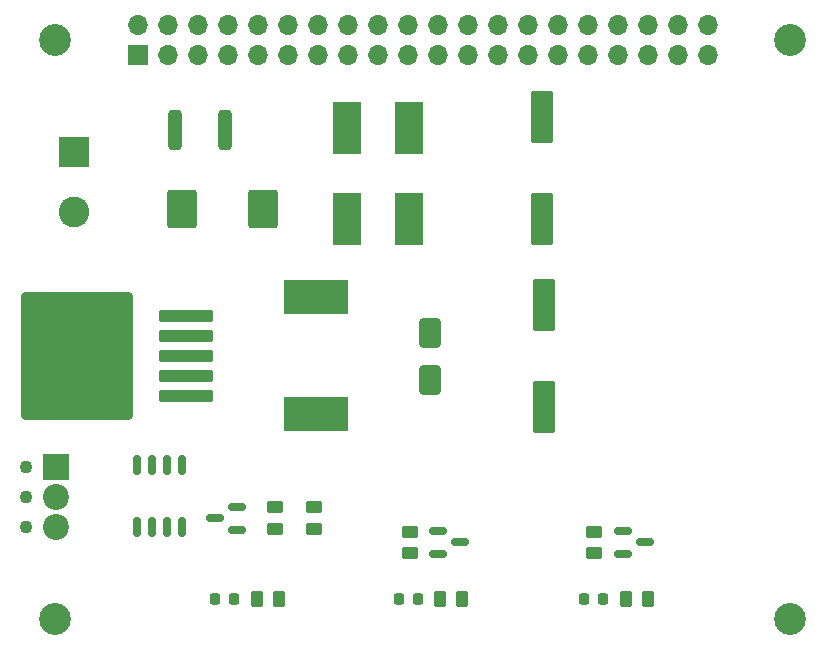
<source format=gbr>
%TF.GenerationSoftware,KiCad,Pcbnew,8.0.0*%
%TF.CreationDate,2024-03-02T01:18:58-06:00*%
%TF.ProjectId,kicad-power-hat,6b696361-642d-4706-9f77-65722d686174,rev?*%
%TF.SameCoordinates,Original*%
%TF.FileFunction,Soldermask,Top*%
%TF.FilePolarity,Negative*%
%FSLAX46Y46*%
G04 Gerber Fmt 4.6, Leading zero omitted, Abs format (unit mm)*
G04 Created by KiCad (PCBNEW 8.0.0) date 2024-03-02 01:18:58*
%MOMM*%
%LPD*%
G01*
G04 APERTURE LIST*
G04 Aperture macros list*
%AMRoundRect*
0 Rectangle with rounded corners*
0 $1 Rounding radius*
0 $2 $3 $4 $5 $6 $7 $8 $9 X,Y pos of 4 corners*
0 Add a 4 corners polygon primitive as box body*
4,1,4,$2,$3,$4,$5,$6,$7,$8,$9,$2,$3,0*
0 Add four circle primitives for the rounded corners*
1,1,$1+$1,$2,$3*
1,1,$1+$1,$4,$5*
1,1,$1+$1,$6,$7*
1,1,$1+$1,$8,$9*
0 Add four rect primitives between the rounded corners*
20,1,$1+$1,$2,$3,$4,$5,0*
20,1,$1+$1,$4,$5,$6,$7,0*
20,1,$1+$1,$6,$7,$8,$9,0*
20,1,$1+$1,$8,$9,$2,$3,0*%
G04 Aperture macros list end*
%ADD10C,2.700000*%
%ADD11R,2.400000X4.400000*%
%ADD12RoundRect,0.250000X0.700000X-1.950000X0.700000X1.950000X-0.700000X1.950000X-0.700000X-1.950000X0*%
%ADD13RoundRect,0.150000X0.150000X-0.675000X0.150000X0.675000X-0.150000X0.675000X-0.150000X-0.675000X0*%
%ADD14RoundRect,0.250000X2.050000X0.300000X-2.050000X0.300000X-2.050000X-0.300000X2.050000X-0.300000X0*%
%ADD15RoundRect,0.250002X4.449998X5.149998X-4.449998X5.149998X-4.449998X-5.149998X4.449998X-5.149998X0*%
%ADD16RoundRect,0.250000X-0.262500X-0.450000X0.262500X-0.450000X0.262500X0.450000X-0.262500X0.450000X0*%
%ADD17RoundRect,0.250000X0.450000X-0.262500X0.450000X0.262500X-0.450000X0.262500X-0.450000X-0.262500X0*%
%ADD18RoundRect,0.250000X-0.450000X0.262500X-0.450000X-0.262500X0.450000X-0.262500X0.450000X0.262500X0*%
%ADD19RoundRect,0.150000X-0.587500X-0.150000X0.587500X-0.150000X0.587500X0.150000X-0.587500X0.150000X0*%
%ADD20RoundRect,0.150000X0.587500X0.150000X-0.587500X0.150000X-0.587500X-0.150000X0.587500X-0.150000X0*%
%ADD21R,5.400000X2.900000*%
%ADD22C,1.100000*%
%ADD23R,2.200000X2.200000*%
%ADD24C,2.200000*%
%ADD25O,1.700000X1.700000*%
%ADD26R,1.700000X1.700000*%
%ADD27R,2.600000X2.600000*%
%ADD28C,2.600000*%
%ADD29RoundRect,0.250000X-0.312500X-1.450000X0.312500X-1.450000X0.312500X1.450000X-0.312500X1.450000X0*%
%ADD30RoundRect,0.218750X-0.218750X-0.256250X0.218750X-0.256250X0.218750X0.256250X-0.218750X0.256250X0*%
%ADD31RoundRect,0.250000X-0.650000X1.000000X-0.650000X-1.000000X0.650000X-1.000000X0.650000X1.000000X0*%
%ADD32RoundRect,0.250000X-1.000000X1.400000X-1.000000X-1.400000X1.000000X-1.400000X1.000000X1.400000X0*%
G04 APERTURE END LIST*
D10*
%TO.C,H4*%
X157480000Y-143615000D03*
%TD*%
%TO.C,H3*%
X95250000Y-143615000D03*
%TD*%
%TO.C,H2*%
X157480000Y-94615000D03*
%TD*%
%TO.C,H1*%
X95250000Y-94615000D03*
%TD*%
D11*
%TO.C,D3*%
X125195000Y-109815000D03*
X125195000Y-102115000D03*
X119995000Y-102115000D03*
X119995000Y-109815000D03*
%TD*%
D12*
%TO.C,C1*%
X136525000Y-109815000D03*
X136525000Y-101115000D03*
%TD*%
D13*
%TO.C,U1*%
X102235000Y-130640000D03*
X103505000Y-130640000D03*
X104775000Y-130640000D03*
X106045000Y-130640000D03*
X106045000Y-135890000D03*
X104775000Y-135890000D03*
X103505000Y-135890000D03*
X102235000Y-135890000D03*
%TD*%
D14*
%TO.C,U2*%
X106305000Y-124780000D03*
X106305000Y-123080000D03*
X106305000Y-121380000D03*
D15*
X97155000Y-121380000D03*
D14*
X106305000Y-119680000D03*
X106305000Y-117980000D03*
%TD*%
D16*
%TO.C,R1*%
X112371500Y-141986000D03*
X114196500Y-141986000D03*
%TD*%
%TO.C,R5*%
X127865500Y-141986000D03*
X129690500Y-141986000D03*
%TD*%
D17*
%TO.C,R4*%
X125300500Y-138072500D03*
X125300500Y-136247500D03*
%TD*%
D16*
%TO.C,R7*%
X143613500Y-141986000D03*
X145438500Y-141986000D03*
%TD*%
D17*
%TO.C,R6*%
X140891500Y-138072500D03*
X140891500Y-136247500D03*
%TD*%
D18*
%TO.C,R2*%
X117172500Y-136020500D03*
X117172500Y-134195500D03*
%TD*%
%TO.C,R3*%
X113870500Y-136020500D03*
X113870500Y-134195500D03*
%TD*%
D19*
%TO.C,Q2*%
X129540000Y-137160000D03*
X127665000Y-138110000D03*
X127665000Y-136210000D03*
%TD*%
%TO.C,Q3*%
X143334500Y-136210000D03*
X143334500Y-138110000D03*
X145209500Y-137160000D03*
%TD*%
D20*
%TO.C,Q1*%
X108790500Y-135128000D03*
X110665500Y-134178000D03*
X110665500Y-136078000D03*
%TD*%
D21*
%TO.C,L1*%
X117331666Y-126330000D03*
X117331666Y-116430000D03*
%TD*%
D22*
%TO.C,J3*%
X92810000Y-130810000D03*
X92810000Y-133350000D03*
X92810000Y-135890000D03*
D23*
X95350000Y-130810000D03*
D24*
X95350000Y-133350000D03*
X95350000Y-135890000D03*
%TD*%
D25*
%TO.C,J1*%
X150500000Y-93350000D03*
X150500000Y-95890000D03*
X147960000Y-93350000D03*
X147960000Y-95890000D03*
X145420000Y-93350000D03*
X145420000Y-95890000D03*
X142880000Y-93350000D03*
X142880000Y-95890000D03*
X140340000Y-93350000D03*
X140340000Y-95890000D03*
X137800000Y-93350000D03*
X137800000Y-95890000D03*
X135260000Y-93350000D03*
X135260000Y-95890000D03*
X132720000Y-93350000D03*
X132720000Y-95890000D03*
X130180000Y-93350000D03*
X130180000Y-95890000D03*
X127640000Y-93350000D03*
X127640000Y-95890000D03*
X125100000Y-93350000D03*
X125100000Y-95890000D03*
X122560000Y-93350000D03*
X122560000Y-95890000D03*
X120020000Y-93350000D03*
X120020000Y-95890000D03*
X117480000Y-93350000D03*
X117480000Y-95890000D03*
X114940000Y-93350000D03*
X114940000Y-95890000D03*
X112400000Y-93350000D03*
X112400000Y-95890000D03*
X109860000Y-93350000D03*
X109860000Y-95890000D03*
X107320000Y-93350000D03*
X107320000Y-95890000D03*
X104780000Y-93350000D03*
X104780000Y-95890000D03*
X102240000Y-93350000D03*
D26*
X102240000Y-95890000D03*
%TD*%
D27*
%TO.C,J2*%
X96850000Y-104135000D03*
D28*
X96850000Y-109215000D03*
%TD*%
D29*
%TO.C,F1*%
X105410000Y-102235000D03*
X109685000Y-102235000D03*
%TD*%
D30*
%TO.C,D1*%
X108790000Y-141986000D03*
X110365000Y-141986000D03*
%TD*%
%TO.C,D4*%
X124411000Y-141986000D03*
X125986000Y-141986000D03*
%TD*%
%TO.C,D6*%
X140032000Y-141986000D03*
X141607000Y-141986000D03*
%TD*%
D31*
%TO.C,D5*%
X127000000Y-119402500D03*
X127000000Y-123402500D03*
%TD*%
D32*
%TO.C,D2*%
X112845000Y-108915000D03*
X106045000Y-108915000D03*
%TD*%
D12*
%TO.C,C2*%
X136640000Y-125730000D03*
X136640000Y-117030000D03*
%TD*%
M02*

</source>
